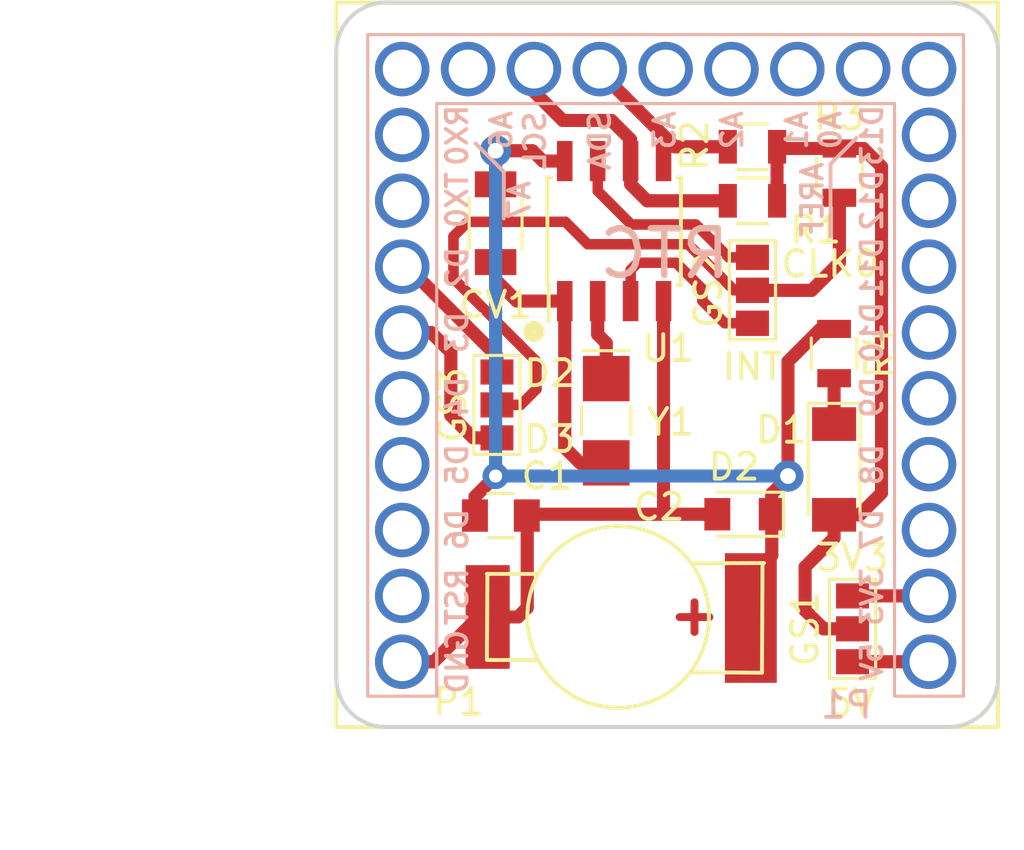
<source format=kicad_pcb>
(kicad_pcb (version 4) (host pcbnew 4.0.6)

  (general
    (links 32)
    (no_connects 0)
    (area 97.433001 89.485399 137.386 124.286001)
    (thickness 1.6)
    (drawings 32)
    (tracks 210)
    (zones 0)
    (modules 16)
    (nets 36)
  )

  (page A4)
  (title_block
    (title "Microduino RTC DE")
    (date "13 agosto 2017")
    (rev 0.1)
  )

  (layers
    (0 F.Cu signal)
    (31 B.Cu signal)
    (32 B.Adhes user)
    (33 F.Adhes user)
    (34 B.Paste user)
    (35 F.Paste user)
    (36 B.SilkS user)
    (37 F.SilkS user)
    (38 B.Mask user)
    (39 F.Mask user)
    (44 Edge.Cuts user)
    (45 Margin user)
    (46 B.CrtYd user)
    (47 F.CrtYd user)
    (48 B.Fab user)
    (49 F.Fab user)
  )

  (setup
    (last_trace_width 0.25)
    (user_trace_width 0.4)
    (user_trace_width 0.5)
    (user_trace_width 0.75)
    (user_trace_width 1)
    (user_trace_width 1.5)
    (user_trace_width 2)
    (user_trace_width 2.5)
    (user_trace_width 3)
    (trace_clearance 0.2)
    (zone_clearance 0.508)
    (zone_45_only no)
    (trace_min 0.2)
    (segment_width 0.15)
    (edge_width 0.15)
    (via_size 0.6)
    (via_drill 0.4)
    (via_min_size 0.4)
    (via_min_drill 0.3)
    (user_via 1 0.5)
    (user_via 1.2 0.6)
    (uvia_size 0.3)
    (uvia_drill 0.1)
    (uvias_allowed no)
    (uvia_min_size 0.2)
    (uvia_min_drill 0.1)
    (pcb_text_width 0.3)
    (pcb_text_size 1.5 1.5)
    (mod_edge_width 0.15)
    (mod_text_size 1 1)
    (mod_text_width 0.15)
    (pad_size 1 1.25)
    (pad_drill 0)
    (pad_to_mask_clearance 0.2)
    (aux_axis_origin 0 0)
    (grid_origin 126.111 104.775)
    (visible_elements 7FFEFFFF)
    (pcbplotparams
      (layerselection 0x210fc_80000001)
      (usegerberextensions false)
      (excludeedgelayer true)
      (linewidth 0.100000)
      (plotframeref false)
      (viasonmask false)
      (mode 1)
      (useauxorigin false)
      (hpglpennumber 1)
      (hpglpenspeed 20)
      (hpglpendiameter 15)
      (hpglpenoverlay 2)
      (psnegative false)
      (psa4output false)
      (plotreference true)
      (plotvalue true)
      (plotinvisibletext false)
      (padsonsilk false)
      (subtractmaskfromsilk false)
      (outputformat 1)
      (mirror false)
      (drillshape 0)
      (scaleselection 1)
      (outputdirectory ""))
  )

  (net 0 "")
  (net 1 "Net-(C1-Pad1)")
  (net 2 GND)
  (net 3 "Net-(CV1-Pad2)")
  (net 4 "Net-(D1-Pad2)")
  (net 5 /SCL)
  (net 6 /SDA)
  (net 7 "Net-(U1-Pad2)")
  (net 8 /INT)
  (net 9 /CLKO)
  (net 10 +5V)
  (net 11 +3V3)
  (net 12 /D2)
  (net 13 /D3)
  (net 14 /D7)
  (net 15 /D8)
  (net 16 /D9)
  (net 17 /D10)
  (net 18 /D11)
  (net 19 /D12)
  (net 20 /D13)
  (net 21 /A0)
  (net 22 /A1)
  (net 23 /A2)
  (net 24 /A3)
  (net 25 /A6)
  (net 26 /A7)
  (net 27 /RX0)
  (net 28 /D4)
  (net 29 /D5)
  (net 30 /D6)
  (net 31 /RESET)
  (net 32 "Net-(GS2-Pad2)")
  (net 33 "Net-(D1-Pad1)")
  (net 34 /AREF)
  (net 35 /TX0)

  (net_class Default "Questo è il gruppo di collegamenti predefinito"
    (clearance 0.2)
    (trace_width 0.25)
    (via_dia 0.6)
    (via_drill 0.4)
    (uvia_dia 0.3)
    (uvia_drill 0.1)
    (add_net +3V3)
    (add_net +5V)
    (add_net /A0)
    (add_net /A1)
    (add_net /A2)
    (add_net /A3)
    (add_net /A6)
    (add_net /A7)
    (add_net /AREF)
    (add_net /CLKO)
    (add_net /D10)
    (add_net /D11)
    (add_net /D12)
    (add_net /D13)
    (add_net /D2)
    (add_net /D3)
    (add_net /D4)
    (add_net /D5)
    (add_net /D6)
    (add_net /D7)
    (add_net /D8)
    (add_net /D9)
    (add_net /INT)
    (add_net /RESET)
    (add_net /RX0)
    (add_net /SCL)
    (add_net /SDA)
    (add_net /TX0)
    (add_net GND)
    (add_net "Net-(C1-Pad1)")
    (add_net "Net-(CV1-Pad2)")
    (add_net "Net-(D1-Pad1)")
    (add_net "Net-(D1-Pad2)")
    (add_net "Net-(GS2-Pad2)")
    (add_net "Net-(U1-Pad2)")
  )

  (module Connectors:GS3 (layer F.Cu) (tedit 58613494) (tstamp 58E793D0)
    (at 126.6698 100.6602)
    (descr "3-pin solder bridge")
    (tags "solder bridge")
    (path /58D9FB5B)
    (attr smd)
    (fp_text reference GS2 (at -1.7 0 90) (layer F.SilkS)
      (effects (font (size 1 1) (thickness 0.15)))
    )
    (fp_text value GS3 (at 1.8 0 90) (layer F.Fab)
      (effects (font (size 1 1) (thickness 0.15)))
    )
    (fp_line (start -1.15 -2.15) (end 1.15 -2.15) (layer F.CrtYd) (width 0.05))
    (fp_line (start 1.15 -2.15) (end 1.15 2.15) (layer F.CrtYd) (width 0.05))
    (fp_line (start 1.15 2.15) (end -1.15 2.15) (layer F.CrtYd) (width 0.05))
    (fp_line (start -1.15 2.15) (end -1.15 -2.15) (layer F.CrtYd) (width 0.05))
    (fp_line (start -0.89 -1.91) (end -0.89 1.91) (layer F.SilkS) (width 0.12))
    (fp_line (start -0.89 1.91) (end 0.89 1.91) (layer F.SilkS) (width 0.12))
    (fp_line (start 0.89 1.91) (end 0.89 -1.91) (layer F.SilkS) (width 0.12))
    (fp_line (start -0.89 -1.91) (end 0.89 -1.91) (layer F.SilkS) (width 0.12))
    (pad 1 smd rect (at 0 -1.27) (size 1.27 0.97) (layers F.Cu F.Paste F.Mask)
      (net 9 /CLKO))
    (pad 2 smd rect (at 0 0) (size 1.27 0.97) (layers F.Cu F.Paste F.Mask)
      (net 32 "Net-(GS2-Pad2)"))
    (pad 3 smd rect (at 0 1.27) (size 1.27 0.97) (layers F.Cu F.Paste F.Mask)
      (net 8 /INT))
  )

  (module Crystals:Crystal_SMD_G8-2pin_3.2x1.5mm_HandSoldering (layer F.Cu) (tedit 58E77EBC) (tstamp 58D8E201)
    (at 121.031 105.6894 270)
    (descr "SMD Crystal G8, hand-soldering, 3.2x1.5mm^2 package")
    (tags "SMD SMT crystal hand-soldering")
    (path /58B7FA73)
    (attr smd)
    (fp_text reference Y1 (at 0.0508 -2.4892 360) (layer F.SilkS)
      (effects (font (size 1 1) (thickness 0.15)))
    )
    (fp_text value "32,762 kHz" (at 0 1.95 270) (layer F.Fab)
      (effects (font (size 1 1) (thickness 0.15)))
    )
    (fp_text user %R (at 0 0 270) (layer F.Fab)
      (effects (font (size 0.7 0.7) (thickness 0.105)))
    )
    (fp_line (start -1.6 -0.75) (end -1.6 0.75) (layer F.Fab) (width 0.1))
    (fp_line (start -1.6 0.75) (end 1.6 0.75) (layer F.Fab) (width 0.1))
    (fp_line (start 1.6 0.75) (end 1.6 -0.75) (layer F.Fab) (width 0.1))
    (fp_line (start 1.6 -0.75) (end -1.6 -0.75) (layer F.Fab) (width 0.1))
    (fp_line (start -1.6 0.25) (end -1.1 0.75) (layer F.Fab) (width 0.1))
    (fp_line (start -0.55 -0.95) (end 0.55 -0.95) (layer F.SilkS) (width 0.12))
    (fp_line (start -0.55 0.95) (end 0.55 0.95) (layer F.SilkS) (width 0.12))
    (fp_line (start -2.7 -0.9) (end -2.7 0.9) (layer F.SilkS) (width 0.12))
    (fp_line (start -2.8 -1.2) (end -2.8 1.2) (layer F.CrtYd) (width 0.05))
    (fp_line (start -2.8 1.2) (end 2.8 1.2) (layer F.CrtYd) (width 0.05))
    (fp_line (start 2.8 1.2) (end 2.8 -1.2) (layer F.CrtYd) (width 0.05))
    (fp_line (start 2.8 -1.2) (end -2.8 -1.2) (layer F.CrtYd) (width 0.05))
    (fp_circle (center 0 0) (end 0.25 0) (layer F.Adhes) (width 0.1))
    (fp_circle (center 0 0) (end 0.208333 0) (layer F.Adhes) (width 0.083333))
    (fp_circle (center 0 0) (end 0.133333 0) (layer F.Adhes) (width 0.083333))
    (fp_circle (center 0 0) (end 0.058333 0) (layer F.Adhes) (width 0.116667))
    (pad 1 smd rect (at -1.625 0 270) (size 1.75 1.8) (layers F.Cu F.Paste F.Mask)
      (net 7 "Net-(U1-Pad2)"))
    (pad 2 smd rect (at 1.625 0 270) (size 1.75 1.8) (layers F.Cu F.Paste F.Mask)
      (net 3 "Net-(CV1-Pad2)"))
    (model ${KISYS3DMOD}/Crystals.3dshapes/Crystal_SMD_G8-2pin_3.2x1.5mm_HandSoldering.wrl
      (at (xyz 0 0 0))
      (scale (xyz 1 1 1))
      (rotate (xyz 0 0 0))
    )
  )

  (module Diodes_SMD:D_MiniMELF_Standard (layer F.Cu) (tedit 58E77D9D) (tstamp 58D8E1E3)
    (at 129.8194 107.569 270)
    (descr "Diode Mini-MELF Standard")
    (tags "Diode Mini-MELF Standard")
    (path /58C5822F)
    (attr smd)
    (fp_text reference D1 (at -1.524 2.032 360) (layer F.SilkS)
      (effects (font (size 1 1) (thickness 0.15)))
    )
    (fp_text value TMMBAT43 (at 0 3.81 270) (layer F.Fab)
      (effects (font (size 1 1) (thickness 0.15)))
    )
    (fp_line (start 1.75 -1) (end -2.55 -1) (layer F.SilkS) (width 0.12))
    (fp_line (start -2.55 -1) (end -2.55 1) (layer F.SilkS) (width 0.12))
    (fp_line (start -2.55 1) (end 1.75 1) (layer F.SilkS) (width 0.12))
    (fp_line (start 1.65 -0.8) (end 1.65 0.8) (layer F.Fab) (width 0.1))
    (fp_line (start 1.65 0.8) (end -1.65 0.8) (layer F.Fab) (width 0.1))
    (fp_line (start -1.65 0.8) (end -1.65 -0.8) (layer F.Fab) (width 0.1))
    (fp_line (start -1.65 -0.8) (end 1.65 -0.8) (layer F.Fab) (width 0.1))
    (fp_line (start 0.25 0) (end 0.75 0) (layer F.Fab) (width 0.1))
    (fp_line (start 0.25 0.4) (end -0.35 0) (layer F.Fab) (width 0.1))
    (fp_line (start 0.25 -0.4) (end 0.25 0.4) (layer F.Fab) (width 0.1))
    (fp_line (start -0.35 0) (end 0.25 -0.4) (layer F.Fab) (width 0.1))
    (fp_line (start -0.35 0) (end -0.35 0.55) (layer F.Fab) (width 0.1))
    (fp_line (start -0.35 0) (end -0.35 -0.55) (layer F.Fab) (width 0.1))
    (fp_line (start -0.75 0) (end -0.35 0) (layer F.Fab) (width 0.1))
    (fp_line (start -2.65 -1.1) (end 2.65 -1.1) (layer F.CrtYd) (width 0.05))
    (fp_line (start 2.65 -1.1) (end 2.65 1.1) (layer F.CrtYd) (width 0.05))
    (fp_line (start 2.65 1.1) (end -2.65 1.1) (layer F.CrtYd) (width 0.05))
    (fp_line (start -2.65 1.1) (end -2.65 -1.1) (layer F.CrtYd) (width 0.05))
    (pad 1 smd rect (at -1.75 0 270) (size 1.3 1.7) (layers F.Cu F.Paste F.Mask)
      (net 33 "Net-(D1-Pad1)"))
    (pad 2 smd rect (at 1.75 0 270) (size 1.3 1.7) (layers F.Cu F.Paste F.Mask)
      (net 4 "Net-(D1-Pad2)"))
    (model Diodes_SMD.3dshapes/D_MiniMELF_Standard.wrl
      (at (xyz 0 0 0))
      (scale (xyz 0.3937 0.3937 0.3937))
      (rotate (xyz 0 0 0))
    )
  )

  (module Housings_SOIC:SOIC-8_3.9x4.9mm_Pitch1.27mm (layer F.Cu) (tedit 58E91025) (tstamp 58D92C2F)
    (at 121.3358 98.3742 90)
    (descr "8-Lead Plastic Small Outline (SN) - Narrow, 3.90 mm Body [SOIC] (see Microchip Packaging Specification 00000049BS.pdf)")
    (tags "SOIC 1.27")
    (path /58B7F974)
    (attr smd)
    (fp_text reference U1 (at -4.5212 2.0828 180) (layer F.SilkS)
      (effects (font (size 1 1) (thickness 0.15)))
    )
    (fp_text value PCF8563 (at 0 3.5 90) (layer F.Fab)
      (effects (font (size 1 1) (thickness 0.15)))
    )
    (fp_text user %R (at 0 0 180) (layer F.Fab)
      (effects (font (size 1 1) (thickness 0.15)))
    )
    (fp_line (start -0.95 -2.45) (end 1.95 -2.45) (layer F.Fab) (width 0.1))
    (fp_line (start 1.95 -2.45) (end 1.95 2.45) (layer F.Fab) (width 0.1))
    (fp_line (start 1.95 2.45) (end -1.95 2.45) (layer F.Fab) (width 0.1))
    (fp_line (start -1.95 2.45) (end -1.95 -1.45) (layer F.Fab) (width 0.1))
    (fp_line (start -1.95 -1.45) (end -0.95 -2.45) (layer F.Fab) (width 0.1))
    (fp_line (start -3.73 -2.7) (end -3.73 2.7) (layer F.CrtYd) (width 0.05))
    (fp_line (start 3.73 -2.7) (end 3.73 2.7) (layer F.CrtYd) (width 0.05))
    (fp_line (start -3.73 -2.7) (end 3.73 -2.7) (layer F.CrtYd) (width 0.05))
    (fp_line (start -3.73 2.7) (end 3.73 2.7) (layer F.CrtYd) (width 0.05))
    (fp_line (start -2.075 -2.575) (end -2.075 -2.525) (layer F.SilkS) (width 0.15))
    (fp_line (start 2.075 -2.575) (end 2.075 -2.43) (layer F.SilkS) (width 0.15))
    (fp_line (start 2.075 2.575) (end 2.075 2.43) (layer F.SilkS) (width 0.15))
    (fp_line (start -2.075 2.575) (end -2.075 2.43) (layer F.SilkS) (width 0.15))
    (fp_line (start -2.075 -2.575) (end 2.075 -2.575) (layer F.SilkS) (width 0.15))
    (fp_line (start -2.075 2.575) (end 2.075 2.575) (layer F.SilkS) (width 0.15))
    (fp_line (start -2.075 -2.525) (end -3.475 -2.525) (layer F.SilkS) (width 0.15))
    (pad 1 smd rect (at -2.7 -1.905 90) (size 1.55 0.6) (layers F.Cu F.Paste F.Mask)
      (net 3 "Net-(CV1-Pad2)"))
    (pad 2 smd rect (at -2.7 -0.635 90) (size 1.55 0.6) (layers F.Cu F.Paste F.Mask)
      (net 7 "Net-(U1-Pad2)"))
    (pad 3 smd rect (at -2.7 0.635 90) (size 1.55 0.6) (layers F.Cu F.Paste F.Mask)
      (net 8 /INT))
    (pad 4 smd rect (at -2.7 1.905 90) (size 1.55 0.6) (layers F.Cu F.Paste F.Mask)
      (net 2 GND))
    (pad 5 smd rect (at 2.7 1.905 90) (size 1.55 0.6) (layers F.Cu F.Paste F.Mask)
      (net 6 /SDA))
    (pad 6 smd rect (at 2.7 0.635 90) (size 1.55 0.6) (layers F.Cu F.Paste F.Mask)
      (net 5 /SCL))
    (pad 7 smd rect (at 2.7 -0.635 90) (size 1.55 0.6) (layers F.Cu F.Paste F.Mask)
      (net 9 /CLKO))
    (pad 8 smd rect (at 2.7 -1.905 90) (size 1.55 0.6) (layers F.Cu F.Paste F.Mask)
      (net 1 "Net-(C1-Pad1)"))
    (model Housings_SOIC.3dshapes/SOIC-8_3.9x4.9mm_Pitch1.27mm.wrl
      (at (xyz 0 0 0))
      (scale (xyz 1 1 1))
      (rotate (xyz 0 0 0))
    )
  )

  (module Resistors_SMD:R_0805 (layer F.Cu) (tedit 58E9100E) (tstamp 58E1F324)
    (at 130.0226 96.139 270)
    (descr "Resistor SMD 0805, reflow soldering, Vishay (see dcrcw.pdf)")
    (tags "resistor 0805")
    (path /58DA426D)
    (attr smd)
    (fp_text reference R3 (at -2.1844 0 360) (layer F.SilkS)
      (effects (font (size 1 1) (thickness 0.15)))
    )
    (fp_text value 4k7 (at 0 1.75 270) (layer F.Fab)
      (effects (font (size 1 1) (thickness 0.15)))
    )
    (fp_text user %R (at -2.1844 0 360) (layer F.Fab)
      (effects (font (size 1 1) (thickness 0.15)))
    )
    (fp_line (start -1 0.62) (end -1 -0.62) (layer F.Fab) (width 0.1))
    (fp_line (start 1 0.62) (end -1 0.62) (layer F.Fab) (width 0.1))
    (fp_line (start 1 -0.62) (end 1 0.62) (layer F.Fab) (width 0.1))
    (fp_line (start -1 -0.62) (end 1 -0.62) (layer F.Fab) (width 0.1))
    (fp_line (start 0.6 0.88) (end -0.6 0.88) (layer F.SilkS) (width 0.12))
    (fp_line (start -0.6 -0.88) (end 0.6 -0.88) (layer F.SilkS) (width 0.12))
    (fp_line (start -1.55 -0.9) (end 1.55 -0.9) (layer F.CrtYd) (width 0.05))
    (fp_line (start -1.55 -0.9) (end -1.55 0.9) (layer F.CrtYd) (width 0.05))
    (fp_line (start 1.55 0.9) (end 1.55 -0.9) (layer F.CrtYd) (width 0.05))
    (fp_line (start 1.55 0.9) (end -1.55 0.9) (layer F.CrtYd) (width 0.05))
    (pad 1 smd rect (at -0.95 0 270) (size 0.7 1.3) (layers F.Cu F.Paste F.Mask)
      (net 4 "Net-(D1-Pad2)"))
    (pad 2 smd rect (at 0.95 0 270) (size 0.7 1.3) (layers F.Cu F.Paste F.Mask)
      (net 32 "Net-(GS2-Pad2)"))
    (model Resistors_SMD.3dshapes/R_0805.wrl
      (at (xyz 0 0 0))
      (scale (xyz 1 1 1))
      (rotate (xyz 0 0 0))
    )
  )

  (module Capacitors_SMD:C_0805 (layer F.Cu) (tedit 597AFABD) (tstamp 58E1F3D1)
    (at 116.967 109.347)
    (descr "Capacitor SMD 0805, reflow soldering, AVX (see smccp.pdf)")
    (tags "capacitor 0805")
    (path /58B7FB48)
    (attr smd)
    (fp_text reference C1 (at 1.778 -1.524) (layer F.SilkS)
      (effects (font (size 1 1) (thickness 0.15)))
    )
    (fp_text value "0,1 uF" (at 0 1.75) (layer F.Fab)
      (effects (font (size 1 1) (thickness 0.15)))
    )
    (fp_text user %R (at 1.778 -1.524) (layer F.Fab)
      (effects (font (size 1 1) (thickness 0.15)))
    )
    (fp_line (start -1 0.62) (end -1 -0.62) (layer F.Fab) (width 0.1))
    (fp_line (start 1 0.62) (end -1 0.62) (layer F.Fab) (width 0.1))
    (fp_line (start 1 -0.62) (end 1 0.62) (layer F.Fab) (width 0.1))
    (fp_line (start -1 -0.62) (end 1 -0.62) (layer F.Fab) (width 0.1))
    (fp_line (start 0.5 -0.85) (end -0.5 -0.85) (layer F.SilkS) (width 0.12))
    (fp_line (start -0.5 0.85) (end 0.5 0.85) (layer F.SilkS) (width 0.12))
    (fp_line (start -1.75 -0.88) (end 1.75 -0.88) (layer F.CrtYd) (width 0.05))
    (fp_line (start -1.75 -0.88) (end -1.75 0.87) (layer F.CrtYd) (width 0.05))
    (fp_line (start 1.75 0.87) (end 1.75 -0.88) (layer F.CrtYd) (width 0.05))
    (fp_line (start 1.75 0.87) (end -1.75 0.87) (layer F.CrtYd) (width 0.05))
    (pad 1 smd rect (at -1 0) (size 1 1.25) (layers F.Cu F.Paste F.Mask)
      (net 1 "Net-(C1-Pad1)"))
    (pad 2 smd rect (at 1 0) (size 1 1.25) (layers F.Cu F.Paste F.Mask)
      (net 2 GND))
    (model Capacitors_SMD.3dshapes/C_0805.wrl
      (at (xyz 0 0 0))
      (scale (xyz 1 1 1))
      (rotate (xyz 0 0 0))
    )
  )

  (module Connectors:GS3 (layer F.Cu) (tedit 58E77DEA) (tstamp 58E1F3F1)
    (at 130.5306 113.7158 180)
    (descr "3-pin solder bridge")
    (tags "solder bridge")
    (path /58D9FACF)
    (attr smd)
    (fp_text reference GS1 (at 1.8288 0 270) (layer F.SilkS)
      (effects (font (size 1 1) (thickness 0.15)))
    )
    (fp_text value GS3 (at 1.8 0 270) (layer F.Fab)
      (effects (font (size 1 1) (thickness 0.15)))
    )
    (fp_line (start -1.15 -2.15) (end 1.15 -2.15) (layer F.CrtYd) (width 0.05))
    (fp_line (start 1.15 -2.15) (end 1.15 2.15) (layer F.CrtYd) (width 0.05))
    (fp_line (start 1.15 2.15) (end -1.15 2.15) (layer F.CrtYd) (width 0.05))
    (fp_line (start -1.15 2.15) (end -1.15 -2.15) (layer F.CrtYd) (width 0.05))
    (fp_line (start -0.89 -1.91) (end -0.89 1.91) (layer F.SilkS) (width 0.12))
    (fp_line (start -0.89 1.91) (end 0.89 1.91) (layer F.SilkS) (width 0.12))
    (fp_line (start 0.89 1.91) (end 0.89 -1.91) (layer F.SilkS) (width 0.12))
    (fp_line (start -0.89 -1.91) (end 0.89 -1.91) (layer F.SilkS) (width 0.12))
    (pad 1 smd rect (at 0 -1.27 180) (size 1.27 0.97) (layers F.Cu F.Paste F.Mask)
      (net 10 +5V))
    (pad 2 smd rect (at 0 0 180) (size 1.27 0.97) (layers F.Cu F.Paste F.Mask)
      (net 4 "Net-(D1-Pad2)"))
    (pad 3 smd rect (at 0 1.27 180) (size 1.27 0.97) (layers F.Cu F.Paste F.Mask)
      (net 11 +3V3))
  )

  (module Connectors:GS3 (layer F.Cu) (tedit 58613494) (tstamp 58E1F400)
    (at 126.6698 100.6602)
    (descr "3-pin solder bridge")
    (tags "solder bridge")
    (path /58D9FB5B)
    (attr smd)
    (fp_text reference GS2 (at -1.7 0 90) (layer F.SilkS)
      (effects (font (size 1 1) (thickness 0.15)))
    )
    (fp_text value GS3 (at 1.8 0 90) (layer F.Fab)
      (effects (font (size 1 1) (thickness 0.15)))
    )
    (fp_line (start -1.15 -2.15) (end 1.15 -2.15) (layer F.CrtYd) (width 0.05))
    (fp_line (start 1.15 -2.15) (end 1.15 2.15) (layer F.CrtYd) (width 0.05))
    (fp_line (start 1.15 2.15) (end -1.15 2.15) (layer F.CrtYd) (width 0.05))
    (fp_line (start -1.15 2.15) (end -1.15 -2.15) (layer F.CrtYd) (width 0.05))
    (fp_line (start -0.89 -1.91) (end -0.89 1.91) (layer F.SilkS) (width 0.12))
    (fp_line (start -0.89 1.91) (end 0.89 1.91) (layer F.SilkS) (width 0.12))
    (fp_line (start 0.89 1.91) (end 0.89 -1.91) (layer F.SilkS) (width 0.12))
    (fp_line (start -0.89 -1.91) (end 0.89 -1.91) (layer F.SilkS) (width 0.12))
    (pad 1 smd rect (at 0 -1.27) (size 1.27 0.97) (layers F.Cu F.Paste F.Mask)
      (net 9 /CLKO))
    (pad 2 smd rect (at 0 0) (size 1.27 0.97) (layers F.Cu F.Paste F.Mask)
      (net 32 "Net-(GS2-Pad2)"))
    (pad 3 smd rect (at 0 1.27) (size 1.27 0.97) (layers F.Cu F.Paste F.Mask)
      (net 8 /INT))
  )

  (module Connectors:GS3 (layer F.Cu) (tedit 58DCB0EE) (tstamp 58E1F40F)
    (at 116.8146 105.0798)
    (descr "3-pin solder bridge")
    (tags "solder bridge")
    (path /58D9FD38)
    (attr smd)
    (fp_text reference GS3 (at -1.7 0 90) (layer F.SilkS)
      (effects (font (size 1 1) (thickness 0.15)))
    )
    (fp_text value GS3 (at 1.8 0 90) (layer F.Fab)
      (effects (font (size 1 1) (thickness 0.15)))
    )
    (fp_line (start -1.15 -2.15) (end 1.15 -2.15) (layer F.CrtYd) (width 0.05))
    (fp_line (start 1.15 -2.15) (end 1.15 2.15) (layer F.CrtYd) (width 0.05))
    (fp_line (start 1.15 2.15) (end -1.15 2.15) (layer F.CrtYd) (width 0.05))
    (fp_line (start -1.15 2.15) (end -1.15 -2.15) (layer F.CrtYd) (width 0.05))
    (fp_line (start -0.89 -1.91) (end -0.89 1.91) (layer F.SilkS) (width 0.12))
    (fp_line (start -0.89 1.91) (end 0.89 1.91) (layer F.SilkS) (width 0.12))
    (fp_line (start 0.89 1.91) (end 0.89 -1.91) (layer F.SilkS) (width 0.12))
    (fp_line (start -0.89 -1.91) (end 0.89 -1.91) (layer F.SilkS) (width 0.12))
    (pad 1 smd rect (at 0 -1.27) (size 1.27 0.97) (layers F.Cu F.Paste F.Mask)
      (net 12 /D2))
    (pad 2 smd rect (at 0 0) (size 1.27 0.97) (layers F.Cu F.Paste F.Mask)
      (net 32 "Net-(GS2-Pad2)"))
    (pad 3 smd rect (at 0 1.27) (size 1.27 0.97) (layers F.Cu F.Paste F.Mask)
      (net 13 /D3))
  )

  (module Resistors_SMD:R_0805 (layer F.Cu) (tedit 58E91089) (tstamp 58E1F420)
    (at 126.6698 97.2058 180)
    (descr "Resistor SMD 0805, reflow soldering, Vishay (see dcrcw.pdf)")
    (tags "resistor 0805")
    (path /58C44D2B)
    (attr smd)
    (fp_text reference R1 (at -2.4384 -1.1176 180) (layer F.SilkS)
      (effects (font (size 1 1) (thickness 0.15)))
    )
    (fp_text value 4k7 (at 0 1.75 180) (layer F.Fab)
      (effects (font (size 1 1) (thickness 0.15)))
    )
    (fp_text user %R (at -2.4384 -1.1176 180) (layer F.Fab)
      (effects (font (size 1 1) (thickness 0.15)))
    )
    (fp_line (start -1 0.62) (end -1 -0.62) (layer F.Fab) (width 0.1))
    (fp_line (start 1 0.62) (end -1 0.62) (layer F.Fab) (width 0.1))
    (fp_line (start 1 -0.62) (end 1 0.62) (layer F.Fab) (width 0.1))
    (fp_line (start -1 -0.62) (end 1 -0.62) (layer F.Fab) (width 0.1))
    (fp_line (start 0.6 0.88) (end -0.6 0.88) (layer F.SilkS) (width 0.12))
    (fp_line (start -0.6 -0.88) (end 0.6 -0.88) (layer F.SilkS) (width 0.12))
    (fp_line (start -1.55 -0.9) (end 1.55 -0.9) (layer F.CrtYd) (width 0.05))
    (fp_line (start -1.55 -0.9) (end -1.55 0.9) (layer F.CrtYd) (width 0.05))
    (fp_line (start 1.55 0.9) (end 1.55 -0.9) (layer F.CrtYd) (width 0.05))
    (fp_line (start 1.55 0.9) (end -1.55 0.9) (layer F.CrtYd) (width 0.05))
    (pad 1 smd rect (at -0.95 0 180) (size 0.7 1.3) (layers F.Cu F.Paste F.Mask)
      (net 4 "Net-(D1-Pad2)"))
    (pad 2 smd rect (at 0.95 0 180) (size 0.7 1.3) (layers F.Cu F.Paste F.Mask)
      (net 5 /SCL))
    (model Resistors_SMD.3dshapes/R_0805.wrl
      (at (xyz 0 0 0))
      (scale (xyz 1 1 1))
      (rotate (xyz 0 0 0))
    )
  )

  (module Resistors_SMD:R_0805 (layer F.Cu) (tedit 58E90FFB) (tstamp 58E1F431)
    (at 126.6698 95.123 180)
    (descr "Resistor SMD 0805, reflow soldering, Vishay (see dcrcw.pdf)")
    (tags "resistor 0805")
    (path /58C44D52)
    (attr smd)
    (fp_text reference R2 (at 2.2352 0.0508 270) (layer F.SilkS)
      (effects (font (size 1 1) (thickness 0.15)))
    )
    (fp_text value 4k7 (at 0 1.75 180) (layer F.Fab)
      (effects (font (size 1 1) (thickness 0.15)))
    )
    (fp_text user %R (at 2.2352 0.0508 270) (layer F.Fab)
      (effects (font (size 1 1) (thickness 0.15)))
    )
    (fp_line (start -1 0.62) (end -1 -0.62) (layer F.Fab) (width 0.1))
    (fp_line (start 1 0.62) (end -1 0.62) (layer F.Fab) (width 0.1))
    (fp_line (start 1 -0.62) (end 1 0.62) (layer F.Fab) (width 0.1))
    (fp_line (start -1 -0.62) (end 1 -0.62) (layer F.Fab) (width 0.1))
    (fp_line (start 0.6 0.88) (end -0.6 0.88) (layer F.SilkS) (width 0.12))
    (fp_line (start -0.6 -0.88) (end 0.6 -0.88) (layer F.SilkS) (width 0.12))
    (fp_line (start -1.55 -0.9) (end 1.55 -0.9) (layer F.CrtYd) (width 0.05))
    (fp_line (start -1.55 -0.9) (end -1.55 0.9) (layer F.CrtYd) (width 0.05))
    (fp_line (start 1.55 0.9) (end 1.55 -0.9) (layer F.CrtYd) (width 0.05))
    (fp_line (start 1.55 0.9) (end -1.55 0.9) (layer F.CrtYd) (width 0.05))
    (pad 1 smd rect (at -0.95 0 180) (size 0.7 1.3) (layers F.Cu F.Paste F.Mask)
      (net 4 "Net-(D1-Pad2)"))
    (pad 2 smd rect (at 0.95 0 180) (size 0.7 1.3) (layers F.Cu F.Paste F.Mask)
      (net 6 /SDA))
    (model Resistors_SMD.3dshapes/R_0805.wrl
      (at (xyz 0 0 0))
      (scale (xyz 1 1 1))
      (rotate (xyz 0 0 0))
    )
  )

  (module Capacitors_SMD:C_1206 (layer F.Cu) (tedit 58E9101E) (tstamp 58DC975D)
    (at 116.7638 98.0694 270)
    (descr "Capacitor SMD 1206, reflow soldering, AVX (see smccp.pdf)")
    (tags "capacitor 1206")
    (path /58B7FAE6)
    (attr smd)
    (fp_text reference CV1 (at 3.1496 0 360) (layer F.SilkS)
      (effects (font (size 1 1) (thickness 0.15)))
    )
    (fp_text value "5-25 pF" (at 0 2 270) (layer F.Fab)
      (effects (font (size 1 1) (thickness 0.15)))
    )
    (fp_text user %R (at 3.1496 0 360) (layer F.Fab)
      (effects (font (size 1 1) (thickness 0.15)))
    )
    (fp_line (start -1.6 0.8) (end -1.6 -0.8) (layer F.Fab) (width 0.1))
    (fp_line (start 1.6 0.8) (end -1.6 0.8) (layer F.Fab) (width 0.1))
    (fp_line (start 1.6 -0.8) (end 1.6 0.8) (layer F.Fab) (width 0.1))
    (fp_line (start -1.6 -0.8) (end 1.6 -0.8) (layer F.Fab) (width 0.1))
    (fp_line (start 1 -1.02) (end -1 -1.02) (layer F.SilkS) (width 0.12))
    (fp_line (start -1 1.02) (end 1 1.02) (layer F.SilkS) (width 0.12))
    (fp_line (start -2.25 -1.05) (end 2.25 -1.05) (layer F.CrtYd) (width 0.05))
    (fp_line (start -2.25 -1.05) (end -2.25 1.05) (layer F.CrtYd) (width 0.05))
    (fp_line (start 2.25 1.05) (end 2.25 -1.05) (layer F.CrtYd) (width 0.05))
    (fp_line (start 2.25 1.05) (end -2.25 1.05) (layer F.CrtYd) (width 0.05))
    (pad 1 smd rect (at -1.5 0 270) (size 1 1.6) (layers F.Cu F.Paste F.Mask)
      (net 1 "Net-(C1-Pad1)"))
    (pad 2 smd rect (at 1.5 0 270) (size 1 1.6) (layers F.Cu F.Paste F.Mask)
      (net 3 "Net-(CV1-Pad2)"))
    (model Capacitors_SMD.3dshapes/C_1206.wrl
      (at (xyz 0 0 0))
      (scale (xyz 1 1 1))
      (rotate (xyz 0 0 0))
    )
  )

  (module Microduino_RTC_DE:Supercap (layer F.Cu) (tedit 59908FAA) (tstamp 58E6587C)
    (at 121.4882 113.2586 180)
    (descr "Capacitor SMD 1206, reflow soldering, AVX (see smccp.pdf)")
    (tags "capacitor 1206")
    (path /58C58191)
    (attr smd)
    (fp_text reference C2 (at -1.5828 4.2436 360) (layer F.SilkS)
      (effects (font (size 1 1) (thickness 0.15)))
    )
    (fp_text value 0,2F (at 0 4.52 180) (layer F.Fab)
      (effects (font (size 1 1) (thickness 0.15)))
    )
    (fp_line (start -2.78 -2.13) (end -5.55 -2.15) (layer F.SilkS) (width 0.15))
    (fp_line (start -5.55 -2.15) (end -5.57 2.07) (layer F.SilkS) (width 0.15))
    (fp_line (start -5.63 2.08) (end -2.85 2.07) (layer F.SilkS) (width 0.15))
    (fp_line (start 3.09 -1.66) (end 5.06 -1.66) (layer F.SilkS) (width 0.15))
    (fp_line (start 5.06 -1.59) (end 5.04 1.65) (layer F.SilkS) (width 0.15))
    (fp_line (start 5.06 1.66) (end 3.13 1.66) (layer F.SilkS) (width 0.15))
    (fp_circle (center 0 0) (end 3.5 0.03) (layer F.SilkS) (width 0.15))
    (fp_text user %R (at 3.9624 -2.9972 180) (layer F.Fab)
      (effects (font (size 1 1) (thickness 0.15)))
    )
    (pad 1 smd rect (at -5.12 -0.04 180) (size 2 5) (layers F.Cu F.Paste F.Mask)
      (net 1 "Net-(C1-Pad1)"))
    (pad 2 smd rect (at 5.03 0 180) (size 1.7 4) (layers F.Cu F.Mask)
      (net 2 GND))
    (model Capacitors_SMD.3dshapes/C_1206.wrl
      (at (xyz 0 0 0))
      (scale (xyz 1 1 1))
      (rotate (xyz 0 0 0))
    )
  )

  (module Diodes_SMD:D_SOD-323 (layer F.Cu) (tedit 597AFAD4) (tstamp 58E7430D)
    (at 126.365 109.2962 180)
    (descr SOD-323)
    (tags SOD-323)
    (path /58E73E8C)
    (attr smd)
    (fp_text reference D2 (at 0.4064 1.8288 180) (layer F.SilkS)
      (effects (font (size 1 1) (thickness 0.15)))
    )
    (fp_text value MM3Z3V3ST1G (at 0.1 1.9 180) (layer F.Fab)
      (effects (font (size 1 1) (thickness 0.15)))
    )
    (fp_line (start -1.5 -0.85) (end -1.5 0.85) (layer F.SilkS) (width 0.12))
    (fp_line (start 0.2 0) (end 0.45 0) (layer F.Fab) (width 0.1))
    (fp_line (start 0.2 0.35) (end -0.3 0) (layer F.Fab) (width 0.1))
    (fp_line (start 0.2 -0.35) (end 0.2 0.35) (layer F.Fab) (width 0.1))
    (fp_line (start -0.3 0) (end 0.2 -0.35) (layer F.Fab) (width 0.1))
    (fp_line (start -0.3 0) (end -0.5 0) (layer F.Fab) (width 0.1))
    (fp_line (start -0.3 -0.35) (end -0.3 0.35) (layer F.Fab) (width 0.1))
    (fp_line (start -0.9 0.7) (end -0.9 -0.7) (layer F.Fab) (width 0.1))
    (fp_line (start 0.9 0.7) (end -0.9 0.7) (layer F.Fab) (width 0.1))
    (fp_line (start 0.9 -0.7) (end 0.9 0.7) (layer F.Fab) (width 0.1))
    (fp_line (start -0.9 -0.7) (end 0.9 -0.7) (layer F.Fab) (width 0.1))
    (fp_line (start -1.6 -0.95) (end 1.6 -0.95) (layer F.CrtYd) (width 0.05))
    (fp_line (start 1.6 -0.95) (end 1.6 0.95) (layer F.CrtYd) (width 0.05))
    (fp_line (start -1.6 0.95) (end 1.6 0.95) (layer F.CrtYd) (width 0.05))
    (fp_line (start -1.6 -0.95) (end -1.6 0.95) (layer F.CrtYd) (width 0.05))
    (fp_line (start -1.5 0.85) (end 1.05 0.85) (layer F.SilkS) (width 0.12))
    (fp_line (start -1.5 -0.85) (end 1.05 -0.85) (layer F.SilkS) (width 0.12))
    (pad 1 smd rect (at -1.05 0 180) (size 1 1.25) (layers F.Cu F.Paste F.Mask)
      (net 1 "Net-(C1-Pad1)"))
    (pad 2 smd rect (at 1.05 0 180) (size 1 1.25) (layers F.Cu F.Paste F.Mask)
      (net 2 GND))
    (model Diodes_SMD.3dshapes/D_SOD-323.wrl
      (at (xyz 0 0 0))
      (scale (xyz 1 1 1))
      (rotate (xyz 0 0 180))
    )
  )

  (module Resistors_SMD:R_0805 (layer F.Cu) (tedit 59908F4D) (tstamp 58E74313)
    (at 129.8194 103.0986 90)
    (descr "Resistor SMD 0805, reflow soldering, Vishay (see dcrcw.pdf)")
    (tags "resistor 0805")
    (path /58E74C0B)
    (attr smd)
    (fp_text reference R4 (at 0.0036 1.7416 270) (layer F.SilkS)
      (effects (font (size 1 1) (thickness 0.15)))
    )
    (fp_text value 33 (at 0 1.75 90) (layer F.Fab)
      (effects (font (size 1 1) (thickness 0.15)))
    )
    (fp_text user %R (at 0 0 90) (layer F.Fab)
      (effects (font (size 0.5 0.5) (thickness 0.075)))
    )
    (fp_line (start -1 0.62) (end -1 -0.62) (layer F.Fab) (width 0.1))
    (fp_line (start 1 0.62) (end -1 0.62) (layer F.Fab) (width 0.1))
    (fp_line (start 1 -0.62) (end 1 0.62) (layer F.Fab) (width 0.1))
    (fp_line (start -1 -0.62) (end 1 -0.62) (layer F.Fab) (width 0.1))
    (fp_line (start 0.6 0.88) (end -0.6 0.88) (layer F.SilkS) (width 0.12))
    (fp_line (start -0.6 -0.88) (end 0.6 -0.88) (layer F.SilkS) (width 0.12))
    (fp_line (start -1.55 -0.9) (end 1.55 -0.9) (layer F.CrtYd) (width 0.05))
    (fp_line (start -1.55 -0.9) (end -1.55 0.9) (layer F.CrtYd) (width 0.05))
    (fp_line (start 1.55 0.9) (end 1.55 -0.9) (layer F.CrtYd) (width 0.05))
    (fp_line (start 1.55 0.9) (end -1.55 0.9) (layer F.CrtYd) (width 0.05))
    (pad 1 smd rect (at -0.95 0 90) (size 0.7 1.3) (layers F.Cu F.Paste F.Mask)
      (net 33 "Net-(D1-Pad1)"))
    (pad 2 smd rect (at 0.95 0 90) (size 0.7 1.3) (layers F.Cu F.Paste F.Mask)
      (net 1 "Net-(C1-Pad1)"))
    (model ${KISYS3DMOD}/Resistors_SMD.3dshapes/R_0805.wrl
      (at (xyz 0 0 0))
      (scale (xyz 1 1 1))
      (rotate (xyz 0 0 0))
    )
  )

  (module Libreria_PCB_mia:Upin_27 (layer B.Cu) (tedit 59908FB5) (tstamp 597E25B2)
    (at 133.481 114.985 180)
    (descr "Through hole straight socket strip, 1x09, 2.54mm pitch, single row")
    (tags "Through hole socket strip THT 1x09 2.54mm single row")
    (path /58E8E495)
    (fp_text reference P1 (at 3.19 -1.67 180) (layer B.SilkS)
      (effects (font (size 1 1) (thickness 0.15)) (justify mirror))
    )
    (fp_text value CONN_1x27 (at -2.83 10.17 450) (layer B.Fab)
      (effects (font (size 1 1) (thickness 0.15)) (justify mirror))
    )
    (fp_text user P1 (at 18.15 -1.55 180) (layer F.SilkS)
      (effects (font (size 1 1) (thickness 0.15)))
    )
    (fp_line (start 16.4 18.9) (end 17.5 20) (layer B.SilkS) (width 0.15))
    (fp_line (start 16.4 18.9) (end 16.4 17.1) (layer B.SilkS) (width 0.15))
    (fp_text user A7 (at 15.8 17.8 450) (layer B.SilkS)
      (effects (font (size 0.8 0.8) (thickness 0.15)) (justify mirror))
    )
    (fp_line (start 2.8 20.2) (end 3.8 19.2) (layer B.SilkS) (width 0.15))
    (fp_line (start 3.8 19.2) (end 3.8 16.4) (layer B.SilkS) (width 0.15))
    (fp_text user AREF (at 4.5 17.8 450) (layer B.SilkS)
      (effects (font (size 0.8 0.8) (thickness 0.15)) (justify mirror))
    )
    (fp_text user GND (at 18.2 0 450) (layer B.SilkS)
      (effects (font (size 0.8 0.8) (thickness 0.15)) (justify mirror))
    )
    (fp_text user RST (at 18.2 2.5 450) (layer B.SilkS)
      (effects (font (size 0.8 0.8) (thickness 0.15)) (justify mirror))
    )
    (fp_text user D6 (at 18.2 5.1 450) (layer B.SilkS)
      (effects (font (size 0.8 0.8) (thickness 0.15)) (justify mirror))
    )
    (fp_text user D5 (at 18.2 7.6 450) (layer B.SilkS)
      (effects (font (size 0.8 0.8) (thickness 0.15)) (justify mirror))
    )
    (fp_text user D4 (at 18.2 10.2 450) (layer B.SilkS)
      (effects (font (size 0.8 0.8) (thickness 0.15)) (justify mirror))
    )
    (fp_text user D3 (at 18.2 12.7 450) (layer B.SilkS)
      (effects (font (size 0.8 0.8) (thickness 0.15)) (justify mirror))
    )
    (fp_text user D2 (at 18.2 15.2 450) (layer B.SilkS)
      (effects (font (size 0.8 0.8) (thickness 0.15)) (justify mirror))
    )
    (fp_text user TX0 (at 18.2 17.8 450) (layer B.SilkS)
      (effects (font (size 0.8 0.8) (thickness 0.15)) (justify mirror))
    )
    (fp_text user RX0 (at 18.2 20.3 450) (layer B.SilkS)
      (effects (font (size 0.8 0.8) (thickness 0.15)) (justify mirror))
    )
    (fp_text user A6 (at 16.5 20.5 450) (layer B.SilkS)
      (effects (font (size 0.8 0.8) (thickness 0.15)) (justify mirror))
    )
    (fp_text user SCL (at 15.2 20.1 450) (layer B.SilkS)
      (effects (font (size 0.8 0.8) (thickness 0.15)) (justify mirror))
    )
    (fp_text user SDA (at 12.7 20.1 450) (layer B.SilkS)
      (effects (font (size 0.8 0.8) (thickness 0.15)) (justify mirror))
    )
    (fp_text user A3 (at 10.2 20.5 450) (layer B.SilkS)
      (effects (font (size 0.8 0.8) (thickness 0.15)) (justify mirror))
    )
    (fp_text user A2 (at 7.6 20.5 450) (layer B.SilkS)
      (effects (font (size 0.8 0.8) (thickness 0.15)) (justify mirror))
    )
    (fp_text user A1 (at 5.1 20.5 450) (layer B.SilkS)
      (effects (font (size 0.8 0.8) (thickness 0.15)) (justify mirror))
    )
    (fp_text user A0 (at 3.8 20.5 450) (layer B.SilkS)
      (effects (font (size 0.8 0.8) (thickness 0.15)) (justify mirror))
    )
    (fp_text user D13 (at 2.2 20.3 450) (layer B.SilkS)
      (effects (font (size 0.8 0.8) (thickness 0.15)) (justify mirror))
    )
    (fp_text user D12 (at 2.2 17.8 450) (layer B.SilkS)
      (effects (font (size 0.8 0.8) (thickness 0.15)) (justify mirror))
    )
    (fp_text user D11 (at 2.2 15.2 450) (layer B.SilkS)
      (effects (font (size 0.8 0.8) (thickness 0.15)) (justify mirror))
    )
    (fp_text user D10 (at 2.2 12.7 450) (layer B.SilkS)
      (effects (font (size 0.8 0.8) (thickness 0.15)) (justify mirror))
    )
    (fp_text user D9 (at 2.2 10.2 450) (layer B.SilkS)
      (effects (font (size 0.8 0.8) (thickness 0.15)) (justify mirror))
    )
    (fp_text user D8 (at 2.2 7.6 450) (layer B.SilkS)
      (effects (font (size 0.8 0.8) (thickness 0.15)) (justify mirror))
    )
    (fp_text user D7 (at 2.2 5.1 450) (layer B.SilkS)
      (effects (font (size 0.8 0.8) (thickness 0.15)) (justify mirror))
    )
    (fp_text user 3V3 (at 2.2 2.5 450) (layer B.SilkS)
      (effects (font (size 0.8 0.8) (thickness 0.15)) (justify mirror))
    )
    (fp_text user 5V (at 2.2 0 450) (layer B.SilkS)
      (effects (font (size 0.8 0.8) (thickness 0.15)) (justify mirror))
    )
    (fp_line (start 1.8 -1.78) (end 1.8 21.05) (layer B.CrtYd) (width 0.12))
    (fp_line (start 18.52 21.05) (end 1.8 21.05) (layer B.CrtYd) (width 0.12))
    (fp_line (start -1.27 24.13) (end -1.27 -1.27) (layer B.Fab) (width 0.12))
    (fp_line (start 1.27 -1.27) (end 1.27 21.59) (layer B.Fab) (width 0.12))
    (fp_line (start 1.27 21.59) (end 19.05 21.59) (layer B.Fab) (width 0.12))
    (fp_line (start 19.05 21.59) (end 19.05 -1.27) (layer B.Fab) (width 0.12))
    (fp_line (start 19.05 -1.27) (end 21.59 -1.27) (layer B.Fab) (width 0.12))
    (fp_line (start 21.59 -1.27) (end 21.59 24.13) (layer B.Fab) (width 0.12))
    (fp_line (start 21.59 24.13) (end -1.27 24.13) (layer B.Fab) (width 0.12))
    (fp_line (start 21.65 -1.33) (end 21.65 24.19) (layer B.SilkS) (width 0.12))
    (fp_line (start 21.65 24.19) (end -1.33 24.19) (layer B.SilkS) (width 0.12))
    (fp_line (start -1.33 -1.33) (end -1.33 24.19) (layer B.SilkS) (width 0.12))
    (fp_line (start 1.33 -1.33) (end 1.33 21.53) (layer B.SilkS) (width 0.12))
    (fp_line (start 1.33 21.53) (end 18.99 21.53) (layer B.SilkS) (width 0.12))
    (fp_line (start 18.99 -1.33) (end 18.99 21.53) (layer B.SilkS) (width 0.12))
    (fp_line (start 18.99 -1.33) (end 18.99 5.48) (layer B.SilkS) (width 0.12))
    (fp_line (start -1.8 24.67) (end 22.12 24.67) (layer B.CrtYd) (width 0.12))
    (fp_line (start -1.8 -1.78) (end -1.8 24.67) (layer B.CrtYd) (width 0.12))
    (fp_line (start 22.12 -1.78) (end 22.12 24.67) (layer B.CrtYd) (width 0.12))
    (fp_line (start 18.52 21.05) (end 18.52 -1.8) (layer B.CrtYd) (width 0.12))
    (fp_line (start 18.52 -1.8) (end 22.12 -1.8) (layer B.CrtYd) (width 0.12))
    (fp_line (start -1.27 -1.27) (end 1.27 -1.27) (layer B.Fab) (width 0.12))
    (fp_line (start -1.33 -1.33) (end 1.33 -1.33) (layer B.SilkS) (width 0.12))
    (fp_line (start 21.65 -1.33) (end 18.99 -1.33) (layer B.SilkS) (width 0.12))
    (fp_line (start -1.33 20.32) (end -1.33 21.65) (layer B.SilkS) (width 0.12))
    (fp_line (start -1.8 -1.78) (end 1.8 -1.78) (layer B.CrtYd) (width 0.12))
    (fp_text user %R (at 0 -2.54 180) (layer B.Fab)
      (effects (font (size 1 1) (thickness 0.15)) (justify mirror))
    )
    (pad 9 thru_hole circle (at 0 20.32 180) (size 2.1 2.1) (drill 1.5) (layers *.Cu *.Mask)
      (net 20 /D13))
    (pad 8 thru_hole circle (at 0 17.78 180) (size 2.1 2.1) (drill 1.5) (layers *.Cu *.Mask)
      (net 19 /D12))
    (pad 7 thru_hole circle (at 0 15.24 180) (size 2.1 2.1) (drill 1.5) (layers *.Cu *.Mask)
      (net 18 /D11))
    (pad 6 thru_hole circle (at 0 12.7 180) (size 2.1 2.1) (drill 1.5) (layers *.Cu *.Mask)
      (net 17 /D10))
    (pad 5 thru_hole circle (at 0 10.16 180) (size 2.1 2.1) (drill 1.5) (layers *.Cu *.Mask)
      (net 16 /D9))
    (pad 4 thru_hole circle (at 0 7.62 180) (size 2.1 2.1) (drill 1.5) (layers *.Cu *.Mask)
      (net 15 /D8))
    (pad 3 thru_hole circle (at 0 5.08 180) (size 2.1 2.1) (drill 1.5) (layers *.Cu *.Mask)
      (net 14 /D7))
    (pad 2 thru_hole circle (at 0 2.54 180) (size 2.1 2.1) (drill 1.5) (layers *.Cu *.Mask)
      (net 11 +3V3))
    (pad 1 thru_hole circle (at 0 0 180) (size 2.1 2.1) (drill 1.5) (layers *.Cu *.Mask)
      (net 10 +5V))
    (pad 10 thru_hole circle (at 0 22.86 180) (size 2.1 2.1) (drill 1.5) (layers *.Cu *.Mask)
      (net 34 /AREF))
    (pad 11 thru_hole circle (at 2.54 22.86 180) (size 2.1 2.1) (drill 1.5) (layers *.Cu *.Mask)
      (net 21 /A0))
    (pad 12 thru_hole circle (at 5.08 22.86 180) (size 2.1 2.1) (drill 1.5) (layers *.Cu *.Mask)
      (net 22 /A1))
    (pad 13 thru_hole circle (at 7.62 22.86 180) (size 2.1 2.1) (drill 1.5) (layers *.Cu *.Mask)
      (net 23 /A2))
    (pad 14 thru_hole circle (at 10.16 22.86 180) (size 2.1 2.1) (drill 1.5) (layers *.Cu *.Mask)
      (net 24 /A3))
    (pad 15 thru_hole circle (at 12.7 22.86 180) (size 2.1 2.1) (drill 1.5) (layers *.Cu *.Mask)
      (net 6 /SDA))
    (pad 16 thru_hole circle (at 15.24 22.86 180) (size 2.1 2.1) (drill 1.5) (layers *.Cu *.Mask)
      (net 5 /SCL))
    (pad 17 thru_hole circle (at 17.78 22.86 180) (size 2.1 2.1) (drill 1.5) (layers *.Cu *.Mask)
      (net 25 /A6))
    (pad 18 thru_hole circle (at 20.32 22.86 180) (size 2.1 2.1) (drill 1.5) (layers *.Cu *.Mask)
      (net 26 /A7))
    (pad 19 thru_hole circle (at 20.32 20.32 180) (size 2.1 2.1) (drill 1.5) (layers *.Cu *.Mask)
      (net 27 /RX0))
    (pad 20 thru_hole circle (at 20.32 17.78 180) (size 2.1 2.1) (drill 1.5) (layers *.Cu *.Mask)
      (net 35 /TX0))
    (pad 21 thru_hole circle (at 20.32 15.24 180) (size 2.1 2.1) (drill 1.5) (layers *.Cu *.Mask)
      (net 12 /D2))
    (pad 22 thru_hole circle (at 20.32 12.7 180) (size 2.1 2.1) (drill 1.5) (layers *.Cu *.Mask)
      (net 13 /D3))
    (pad 23 thru_hole circle (at 20.32 10.16 180) (size 2.1 2.1) (drill 1.5) (layers *.Cu *.Mask)
      (net 28 /D4))
    (pad 24 thru_hole circle (at 20.32 7.62 180) (size 2.1 2.1) (drill 1.5) (layers *.Cu *.Mask)
      (net 29 /D5))
    (pad 25 thru_hole circle (at 20.32 5.08 180) (size 2.1 2.1) (drill 1.5) (layers *.Cu *.Mask)
      (net 30 /D6))
    (pad 26 thru_hole circle (at 20.32 2.54 180) (size 2.1 2.1) (drill 1.5) (layers *.Cu *.Mask)
      (net 31 /RESET))
    (pad 27 thru_hole circle (at 20.32 0 180) (size 2.1 2.1) (drill 1.5) (layers *.Cu *.Mask)
      (net 2 GND))
    (model ${KISYS3DMOD}/Socket_Strips.3dshapes/Socket_Strip_Straight_1x09_Pitch2.54mm.wrl
      (at (xyz 0 -0.4 0))
      (scale (xyz 1 1 1))
      (rotate (xyz 0 0 270))
    )
  )

  (gr_circle (center 118.241 102.245) (end 118.411 102.375) (layer F.SilkS) (width 0.4))
  (gr_text RTC (at 123.271 99.245) (layer B.SilkS)
    (effects (font (size 1.8 1.8) (thickness 0.25)) (justify mirror))
  )
  (gr_line (start 136.141 89.565) (end 110.621 89.565) (angle 90) (layer F.SilkS) (width 0.15))
  (gr_line (start 136.141 117.505) (end 136.141 89.565) (angle 90) (layer F.SilkS) (width 0.15))
  (gr_line (start 110.621 117.505) (end 136.141 117.505) (angle 90) (layer F.SilkS) (width 0.15))
  (gr_line (start 110.621 89.565) (end 110.621 117.505) (angle 90) (layer F.SilkS) (width 0.15))
  (gr_text CLK0 (at 129.667 99.6442) (layer F.SilkS)
    (effects (font (size 1 1) (thickness 0.15)))
  )
  (gr_text INT (at 126.6698 103.6066) (layer F.SilkS)
    (effects (font (size 1 1) (thickness 0.15)))
  )
  (gr_text D3 (at 118.8466 106.4006) (layer F.SilkS)
    (effects (font (size 1 1) (thickness 0.15)))
  )
  (gr_text D2 (at 118.8466 103.8606) (layer F.SilkS)
    (effects (font (size 1 1) (thickness 0.15)))
  )
  (gr_text 3V3 (at 130.5306 110.9726) (layer F.SilkS)
    (effects (font (size 1 1) (thickness 0.15)))
  )
  (gr_text 5V (at 130.4798 116.5606) (layer F.SilkS)
    (effects (font (size 1 1) (thickness 0.15)))
  )
  (gr_arc (start 134.239 91.4654) (end 134.239 89.5604) (angle 90) (layer Edge.Cuts) (width 0.15) (tstamp 58E794C0))
  (gr_arc (start 112.522 115.5954) (end 112.522 117.5004) (angle 90) (layer Edge.Cuts) (width 0.15) (tstamp 58E794BF))
  (gr_arc (start 112.522 91.4654) (end 110.617 91.4654) (angle 90) (layer Edge.Cuts) (width 0.15) (tstamp 58E794BE))
  (gr_arc (start 134.239 115.5954) (end 136.144 115.5954) (angle 90) (layer Edge.Cuts) (width 0.15) (tstamp 58E794BD))
  (gr_line (start 134.239 117.5004) (end 112.522 117.5004) (angle 90) (layer Edge.Cuts) (width 0.15) (tstamp 58E794BC))
  (gr_line (start 110.617 115.5954) (end 110.617 91.4654) (angle 90) (layer Edge.Cuts) (width 0.15) (tstamp 58E794BB))
  (gr_line (start 112.522 89.5604) (end 134.239 89.5604) (angle 90) (layer Edge.Cuts) (width 0.15) (tstamp 58E794BA))
  (gr_line (start 136.144 91.4654) (end 136.144 115.5954) (angle 90) (layer Edge.Cuts) (width 0.15) (tstamp 58E794B9))
  (gr_text + (at 124.4346 113.157) (layer F.Cu) (tstamp 58E794B8)
    (effects (font (size 1.5 1.5) (thickness 0.3)) (justify mirror))
  )
  (gr_text + (at 124.4346 113.157) (layer F.Cu)
    (effects (font (size 1.5 1.5) (thickness 0.3)) (justify mirror))
  )
  (gr_line (start 136.144 91.4654) (end 136.144 115.5954) (angle 90) (layer Edge.Cuts) (width 0.15))
  (gr_line (start 112.522 89.5604) (end 134.239 89.5604) (angle 90) (layer Edge.Cuts) (width 0.15))
  (gr_line (start 110.617 115.5954) (end 110.617 91.4654) (angle 90) (layer Edge.Cuts) (width 0.15))
  (gr_line (start 134.239 117.5004) (end 112.522 117.5004) (angle 90) (layer Edge.Cuts) (width 0.15))
  (gr_arc (start 134.239 115.5954) (end 136.144 115.5954) (angle 90) (layer Edge.Cuts) (width 0.15) (tstamp 58DCB572))
  (gr_arc (start 112.522 91.4654) (end 110.617 91.4654) (angle 90) (layer Edge.Cuts) (width 0.15) (tstamp 58DCB570))
  (gr_arc (start 112.522 115.5954) (end 112.522 117.5004) (angle 90) (layer Edge.Cuts) (width 0.15) (tstamp 58DCB56C))
  (gr_arc (start 134.239 91.4654) (end 134.239 89.5604) (angle 90) (layer Edge.Cuts) (width 0.15))
  (dimension 27.94 (width 0.3) (layer F.Fab)
    (gr_text "27,940 mm" (at 103.933 103.5812 270) (layer F.Fab) (tstamp 58E90F58)
      (effects (font (size 1.5 1.5) (thickness 0.3)))
    )
    (feature1 (pts (xy 107.315 117.5512) (xy 102.583 117.5512)))
    (feature2 (pts (xy 107.315 89.6112) (xy 102.583 89.6112)))
    (crossbar (pts (xy 105.283 89.6112) (xy 105.283 117.5512)))
    (arrow1a (pts (xy 105.283 117.5512) (xy 104.696579 116.424696)))
    (arrow1b (pts (xy 105.283 117.5512) (xy 105.869421 116.424696)))
    (arrow2a (pts (xy 105.283 89.6112) (xy 104.696579 90.737704)))
    (arrow2b (pts (xy 105.283 89.6112) (xy 105.869421 90.737704)))
  )
  (dimension 25.527 (width 0.3) (layer F.Fab)
    (gr_text "25,527 mm" (at 122.7836 122.936) (layer F.Fab) (tstamp 58DCB33B)
      (effects (font (size 1.5 1.5) (thickness 0.3)))
    )
    (feature1 (pts (xy 110.5916 119.126) (xy 110.5916 124.238999)))
    (feature2 (pts (xy 136.1186 119.126) (xy 136.1186 124.238999)))
    (crossbar (pts (xy 136.1186 121.538999) (xy 110.5916 121.538999)))
    (arrow1a (pts (xy 110.5916 121.538999) (xy 111.718104 120.952578)))
    (arrow1b (pts (xy 110.5916 121.538999) (xy 111.718104 122.12542)))
    (arrow2a (pts (xy 136.1186 121.538999) (xy 134.992096 120.952578)))
    (arrow2b (pts (xy 136.1186 121.538999) (xy 134.992096 122.12542)))
  )

  (segment (start 126.6082 113.2986) (end 126.6082 112.3042) (width 0.5) (layer F.Cu) (net 1) (tstamp 58E79462))
  (segment (start 127.415 110.8878) (end 127.415 109.2962) (width 0.5) (layer F.Cu) (net 1) (tstamp 58E79461))
  (segment (start 126.6082 111.6946) (end 127.415 110.8878) (width 0.5) (layer F.Cu) (net 1) (tstamp 58E79460))
  (segment (start 126.6082 113.2986) (end 126.6082 111.6946) (width 0.5) (layer F.Cu) (net 1) (tstamp 58E7945F))
  (segment (start 127.415 108.5002) (end 127.415 109.2962) (width 0.5) (layer F.Cu) (net 1) (tstamp 58E7945E))
  (segment (start 128.0414 107.8738) (end 127.415 108.5002) (width 0.5) (layer F.Cu) (net 1) (tstamp 58E7945D))
  (segment (start 128.0414 103.4034) (end 128.0414 107.8738) (width 0.5) (layer F.Cu) (net 1) (tstamp 58E7945C))
  (segment (start 129.2962 102.1486) (end 128.0414 103.4034) (width 0.5) (layer F.Cu) (net 1) (tstamp 58E7945B))
  (segment (start 129.8194 102.1486) (end 129.2962 102.1486) (width 0.5) (layer F.Cu) (net 1) (tstamp 58E7945A))
  (via (at 116.7638 95.2754) (size 1.2) (drill 0.6) (layers F.Cu B.Cu) (net 1) (tstamp 58E79459))
  (segment (start 116.7638 95.2754) (end 116.7638 107.823) (width 0.5) (layer B.Cu) (net 1) (tstamp 58E79458))
  (via (at 116.7638 107.823) (size 1) (drill 0.5) (layers F.Cu B.Cu) (net 1) (tstamp 58E79457))
  (segment (start 116.7638 107.823) (end 115.967 108.6198) (width 0.5) (layer F.Cu) (net 1) (tstamp 58E79456))
  (segment (start 115.967 108.6198) (end 115.967 109.347) (width 0.5) (layer F.Cu) (net 1) (tstamp 58E79455))
  (segment (start 116.7638 96.5694) (end 116.7638 95.2754) (width 0.5) (layer F.Cu) (net 1) (tstamp 58E79454))
  (segment (start 118.585 95.6742) (end 118.1862 95.2754) (width 0.5) (layer F.Cu) (net 1) (tstamp 58E79453))
  (segment (start 118.1862 95.2754) (end 116.7638 95.2754) (width 0.5) (layer F.Cu) (net 1) (tstamp 58E79452))
  (segment (start 119.4308 95.6742) (end 118.585 95.6742) (width 0.5) (layer F.Cu) (net 1) (tstamp 58E79451))
  (via (at 128.0414 107.823) (size 1.2) (drill 0.6) (layers F.Cu B.Cu) (net 1) (tstamp 58E79450))
  (segment (start 116.7638 107.823) (end 128.0414 107.823) (width 0.5) (layer B.Cu) (net 1) (tstamp 58E7944F))
  (segment (start 116.7638 107.823) (end 128.0414 107.823) (width 0.5) (layer B.Cu) (net 1))
  (via (at 128.0414 107.823) (size 1.2) (drill 0.6) (layers F.Cu B.Cu) (net 1))
  (segment (start 119.4308 95.6742) (end 118.585 95.6742) (width 0.5) (layer F.Cu) (net 1))
  (segment (start 118.1862 95.2754) (end 116.7638 95.2754) (width 0.5) (layer F.Cu) (net 1) (tstamp 58E74616))
  (segment (start 118.585 95.6742) (end 118.1862 95.2754) (width 0.5) (layer F.Cu) (net 1) (tstamp 58E74611))
  (segment (start 116.7638 96.5694) (end 116.7638 95.2754) (width 0.5) (layer F.Cu) (net 1))
  (segment (start 115.967 108.6198) (end 115.967 109.347) (width 0.5) (layer F.Cu) (net 1) (tstamp 58E745FD))
  (segment (start 116.7638 107.823) (end 115.967 108.6198) (width 0.5) (layer F.Cu) (net 1) (tstamp 58E745FC))
  (via (at 116.7638 107.823) (size 1) (drill 0.5) (layers F.Cu B.Cu) (net 1))
  (segment (start 116.7638 95.2754) (end 116.7638 107.823) (width 0.5) (layer B.Cu) (net 1) (tstamp 58E745A7))
  (via (at 116.7638 95.2754) (size 1.2) (drill 0.6) (layers F.Cu B.Cu) (net 1))
  (segment (start 129.8194 102.1486) (end 129.2962 102.1486) (width 0.5) (layer F.Cu) (net 1))
  (segment (start 129.2962 102.1486) (end 128.0414 103.4034) (width 0.5) (layer F.Cu) (net 1) (tstamp 58E744BC))
  (segment (start 128.0414 103.4034) (end 128.0414 107.8738) (width 0.5) (layer F.Cu) (net 1) (tstamp 58E744C0))
  (segment (start 128.0414 107.8738) (end 127.415 108.5002) (width 0.5) (layer F.Cu) (net 1) (tstamp 58E744C4))
  (segment (start 127.415 108.5002) (end 127.415 109.2962) (width 0.5) (layer F.Cu) (net 1) (tstamp 58E744C7))
  (segment (start 126.6082 113.2986) (end 126.6082 111.6946) (width 0.5) (layer F.Cu) (net 1))
  (segment (start 126.6082 111.6946) (end 127.415 110.8878) (width 0.5) (layer F.Cu) (net 1) (tstamp 58E744A5))
  (segment (start 127.415 110.8878) (end 127.415 109.2962) (width 0.5) (layer F.Cu) (net 1) (tstamp 58E744AA))
  (segment (start 126.6082 113.2986) (end 126.6082 112.3042) (width 0.5) (layer F.Cu) (net 1))
  (segment (start 116.4582 113.2586) (end 116.1034 113.2586) (width 0.5) (layer F.Cu) (net 2) (tstamp 58E7946C))
  (segment (start 116.1034 113.2586) (end 114.3762 114.9858) (width 0.5) (layer F.Cu) (net 2) (tstamp 58E7946B))
  (segment (start 114.3762 114.9858) (end 113.157 114.9858) (width 0.5) (layer F.Cu) (net 2) (tstamp 58E7946A))
  (segment (start 117.6274 113.2586) (end 116.4582 113.2586) (width 0.5) (layer F.Cu) (net 2) (tstamp 58E79469))
  (segment (start 117.983 112.903) (end 117.6274 113.2586) (width 0.5) (layer F.Cu) (net 2) (tstamp 58E79468))
  (segment (start 117.983 109.331) (end 117.983 112.903) (width 0.5) (layer F.Cu) (net 2) (tstamp 58E79467))
  (segment (start 118.0178 109.2962) (end 117.983 109.331) (width 0.5) (layer F.Cu) (net 2) (tstamp 58E79466))
  (segment (start 118.0178 109.2962) (end 117.983 109.331) (width 0.5) (layer F.Cu) (net 2) (tstamp 58E7451A))
  (segment (start 117.983 109.331) (end 117.983 112.903) (width 0.5) (layer F.Cu) (net 2) (tstamp 58E7451E))
  (segment (start 117.983 112.903) (end 117.6274 113.2586) (width 0.5) (layer F.Cu) (net 2) (tstamp 58E74523))
  (segment (start 117.6274 113.2586) (end 116.4582 113.2586) (width 0.5) (layer F.Cu) (net 2) (tstamp 58E74526))
  (segment (start 114.3762 114.9858) (end 113.157 114.9858) (width 0.5) (layer F.Cu) (net 2) (tstamp 58E69910))
  (segment (start 116.1034 113.2586) (end 114.3762 114.9858) (width 0.5) (layer F.Cu) (net 2) (tstamp 58E69909))
  (segment (start 116.4582 113.2586) (end 116.1034 113.2586) (width 0.5) (layer F.Cu) (net 2))
  (segment (start 123.2408 109.2962) (end 118.0178 109.2962) (width 0.5) (layer F.Cu) (net 2) (tstamp 58E79465))
  (segment (start 123.2408 101.0742) (end 123.2408 109.2962) (width 0.5) (layer F.Cu) (net 2) (tstamp 58E79463))
  (segment (start 123.2408 101.0742) (end 123.2408 109.2962) (width 0.5) (layer F.Cu) (net 2))
  (segment (start 123.2408 109.2962) (end 118.0178 109.2962) (width 0.5) (layer F.Cu) (net 2) (tstamp 58E7453B))
  (segment (start 125.315 109.2962) (end 123.2408 109.2962) (width 0.5) (layer F.Cu) (net 2) (tstamp 58E79464))
  (segment (start 125.315 109.2962) (end 123.2408 109.2962) (width 0.5) (layer F.Cu) (net 2))
  (segment (start 116.7638 100.2538) (end 117.5842 101.0742) (width 0.5) (layer F.Cu) (net 3) (tstamp 58E79472))
  (segment (start 117.5842 101.0742) (end 119.4308 101.0742) (width 0.5) (layer F.Cu) (net 3) (tstamp 58E79471))
  (segment (start 116.7638 99.5694) (end 116.7638 100.2538) (width 0.5) (layer F.Cu) (net 3) (tstamp 58E79470))
  (segment (start 120.0144 107.3144) (end 119.4308 106.7308) (width 0.5) (layer F.Cu) (net 3) (tstamp 58E7946F))
  (segment (start 119.4308 106.7308) (end 119.4308 101.0742) (width 0.5) (layer F.Cu) (net 3) (tstamp 58E7946E))
  (segment (start 121.031 107.3144) (end 120.0144 107.3144) (width 0.5) (layer F.Cu) (net 3) (tstamp 58E7946D))
  (segment (start 121.031 107.3144) (end 120.0144 107.3144) (width 0.5) (layer F.Cu) (net 3))
  (segment (start 119.4308 106.7308) (end 119.4308 101.0742) (width 0.5) (layer F.Cu) (net 3) (tstamp 58E669E1))
  (segment (start 120.0144 107.3144) (end 119.4308 106.7308) (width 0.5) (layer F.Cu) (net 3) (tstamp 58E669DA))
  (segment (start 116.7638 99.5694) (end 116.7638 100.2538) (width 0.5) (layer F.Cu) (net 3))
  (segment (start 117.5842 101.0742) (end 119.4308 101.0742) (width 0.5) (layer F.Cu) (net 3) (tstamp 58E66839))
  (segment (start 116.7638 100.2538) (end 117.5842 101.0742) (width 0.5) (layer F.Cu) (net 3) (tstamp 58E66833))
  (segment (start 127.6198 95.123) (end 127.6858 95.189) (width 0.5) (layer F.Cu) (net 4) (tstamp 58E7947F))
  (segment (start 127.6198 97.2058) (end 127.6198 95.123) (width 0.5) (layer F.Cu) (net 4) (tstamp 58E7947E))
  (segment (start 129.8194 110.2106) (end 129.8194 109.319) (width 0.5) (layer F.Cu) (net 4) (tstamp 58E7947D))
  (segment (start 128.7018 111.3282) (end 129.8194 110.2106) (width 0.5) (layer F.Cu) (net 4) (tstamp 58E7947C))
  (segment (start 128.7018 113.0046) (end 128.7018 111.3282) (width 0.5) (layer F.Cu) (net 4) (tstamp 58E7947B))
  (segment (start 129.413 113.7158) (end 128.7018 113.0046) (width 0.5) (layer F.Cu) (net 4) (tstamp 58E7947A))
  (segment (start 130.5306 113.7158) (end 129.413 113.7158) (width 0.5) (layer F.Cu) (net 4) (tstamp 58E79479))
  (segment (start 130.8074 109.319) (end 131.6482 108.4782) (width 0.5) (layer F.Cu) (net 4) (tstamp 58E79478))
  (segment (start 131.6482 108.4782) (end 131.6482 95.885) (width 0.5) (layer F.Cu) (net 4) (tstamp 58E79477))
  (segment (start 129.8194 109.319) (end 130.8074 109.319) (width 0.5) (layer F.Cu) (net 4) (tstamp 58E79476))
  (segment (start 131.6482 95.885) (end 130.9522 95.189) (width 0.5) (layer F.Cu) (net 4) (tstamp 58E79475))
  (segment (start 130.9522 95.189) (end 130.0226 95.189) (width 0.5) (layer F.Cu) (net 4) (tstamp 58E79474))
  (segment (start 127.6858 95.189) (end 130.0226 95.189) (width 0.5) (layer F.Cu) (net 4) (tstamp 58E79473))
  (segment (start 127.6858 95.189) (end 130.0226 95.189) (width 0.5) (layer F.Cu) (net 4) (tstamp 58E66709))
  (segment (start 130.9522 95.189) (end 130.0226 95.189) (width 0.5) (layer F.Cu) (net 4) (tstamp 58E66759))
  (segment (start 131.6482 95.885) (end 130.9522 95.189) (width 0.5) (layer F.Cu) (net 4) (tstamp 58E66750))
  (segment (start 129.8194 109.319) (end 130.8074 109.319) (width 0.5) (layer F.Cu) (net 4))
  (segment (start 131.6482 108.4782) (end 131.6482 95.885) (width 0.5) (layer F.Cu) (net 4) (tstamp 58E6674B))
  (segment (start 130.8074 109.319) (end 131.6482 108.4782) (width 0.5) (layer F.Cu) (net 4) (tstamp 58E66749))
  (segment (start 130.5306 113.7158) (end 129.413 113.7158) (width 0.5) (layer F.Cu) (net 4))
  (segment (start 129.413 113.7158) (end 128.7018 113.0046) (width 0.5) (layer F.Cu) (net 4) (tstamp 58E6673D))
  (segment (start 128.7018 113.0046) (end 128.7018 111.3282) (width 0.5) (layer F.Cu) (net 4) (tstamp 58E6673E))
  (segment (start 128.7018 111.3282) (end 129.8194 110.2106) (width 0.5) (layer F.Cu) (net 4) (tstamp 58E6673F))
  (segment (start 129.8194 110.2106) (end 129.8194 109.319) (width 0.5) (layer F.Cu) (net 4) (tstamp 58E66745))
  (segment (start 127.6198 97.2058) (end 127.6198 95.123) (width 0.5) (layer F.Cu) (net 4))
  (segment (start 127.6198 95.123) (end 127.6858 95.189) (width 0.5) (layer F.Cu) (net 4) (tstamp 58E66708))
  (segment (start 121.9708 94.8436) (end 121.9708 95.6742) (width 0.5) (layer F.Cu) (net 5) (tstamp 58E79487))
  (segment (start 121.2342 94.107) (end 121.9708 94.8436) (width 0.5) (layer F.Cu) (net 5) (tstamp 58E79486))
  (segment (start 119.3546 94.107) (end 121.2342 94.107) (width 0.5) (layer F.Cu) (net 5) (tstamp 58E79485))
  (segment (start 118.237 92.9894) (end 119.3546 94.107) (width 0.5) (layer F.Cu) (net 5) (tstamp 58E79484))
  (segment (start 118.237 92.0242) (end 118.237 92.9894) (width 0.5) (layer F.Cu) (net 5) (tstamp 58E79483))
  (segment (start 121.9708 96.5708) (end 122.6058 97.2058) (width 0.5) (layer F.Cu) (net 5) (tstamp 58E79482))
  (segment (start 122.6058 97.2058) (end 125.7198 97.2058) (width 0.5) (layer F.Cu) (net 5) (tstamp 58E79481))
  (segment (start 121.9708 95.6742) (end 121.9708 96.5708) (width 0.5) (layer F.Cu) (net 5) (tstamp 58E79480))
  (segment (start 121.9708 95.6742) (end 121.9708 96.5708) (width 0.5) (layer F.Cu) (net 5))
  (segment (start 122.6058 97.2058) (end 125.7198 97.2058) (width 0.5) (layer F.Cu) (net 5) (tstamp 58E66705))
  (segment (start 121.9708 96.5708) (end 122.6058 97.2058) (width 0.5) (layer F.Cu) (net 5) (tstamp 58E66704))
  (segment (start 118.237 92.0242) (end 118.237 92.9894) (width 0.5) (layer F.Cu) (net 5))
  (segment (start 118.237 92.9894) (end 119.3546 94.107) (width 0.5) (layer F.Cu) (net 5) (tstamp 58E666F7))
  (segment (start 119.3546 94.107) (end 121.2342 94.107) (width 0.5) (layer F.Cu) (net 5) (tstamp 58E666F8))
  (segment (start 121.2342 94.107) (end 121.9708 94.8436) (width 0.5) (layer F.Cu) (net 5) (tstamp 58E666F9))
  (segment (start 121.9708 94.8436) (end 121.9708 95.6742) (width 0.5) (layer F.Cu) (net 5) (tstamp 58E666FA))
  (segment (start 123.2408 94.6912) (end 123.2408 95.6742) (width 0.5) (layer F.Cu) (net 6) (tstamp 58E7948C))
  (segment (start 120.777 92.2274) (end 123.2408 94.6912) (width 0.5) (layer F.Cu) (net 6) (tstamp 58E7948B))
  (segment (start 120.777 92.0242) (end 120.777 92.2274) (width 0.5) (layer F.Cu) (net 6) (tstamp 58E7948A))
  (segment (start 123.6726 95.123) (end 123.2408 94.6912) (width 0.5) (layer F.Cu) (net 6) (tstamp 58E79489))
  (segment (start 125.7198 95.123) (end 123.6726 95.123) (width 0.5) (layer F.Cu) (net 6) (tstamp 58E79488))
  (segment (start 125.7198 95.123) (end 123.6726 95.123) (width 0.5) (layer F.Cu) (net 6))
  (segment (start 123.6726 95.123) (end 123.2408 94.6912) (width 0.5) (layer F.Cu) (net 6) (tstamp 58E66701))
  (segment (start 120.777 92.0242) (end 120.777 92.2274) (width 0.5) (layer F.Cu) (net 6))
  (segment (start 120.777 92.2274) (end 123.2408 94.6912) (width 0.5) (layer F.Cu) (net 6) (tstamp 58E666FD))
  (segment (start 123.2408 94.6912) (end 123.2408 95.6742) (width 0.5) (layer F.Cu) (net 6) (tstamp 58E666FE))
  (segment (start 121.158 103.9374) (end 121.031 104.0644) (width 0.5) (layer F.Cu) (net 7) (tstamp 58E79490) (status 30))
  (segment (start 120.7008 102.362) (end 121.031 102.6922) (width 0.5) (layer F.Cu) (net 7) (tstamp 58E7948F))
  (segment (start 121.031 102.6922) (end 121.031 104.0644) (width 0.5) (layer F.Cu) (net 7) (tstamp 58E7948E))
  (segment (start 120.7008 101.0742) (end 120.7008 102.362) (width 0.5) (layer F.Cu) (net 7) (tstamp 58E7948D))
  (segment (start 120.7008 101.0742) (end 120.7008 102.362) (width 0.5) (layer F.Cu) (net 7))
  (segment (start 121.031 102.6922) (end 121.031 104.0644) (width 0.5) (layer F.Cu) (net 7) (tstamp 58E6688F))
  (segment (start 120.7008 102.362) (end 121.031 102.6922) (width 0.5) (layer F.Cu) (net 7) (tstamp 58E6688D))
  (segment (start 121.158 103.9374) (end 121.031 104.0644) (width 0.5) (layer F.Cu) (net 7) (tstamp 58E66823) (status 30))
  (segment (start 121.9708 99.8728) (end 121.9708 101.0742) (width 0.4) (layer F.Cu) (net 8) (tstamp 58E79497))
  (segment (start 122.2502 99.5934) (end 121.9708 99.8728) (width 0.4) (layer F.Cu) (net 8) (tstamp 58E79496))
  (segment (start 123.7234 99.5934) (end 122.2502 99.5934) (width 0.4) (layer F.Cu) (net 8) (tstamp 58E79495))
  (segment (start 124.7394 100.6094) (end 123.7234 99.5934) (width 0.4) (layer F.Cu) (net 8) (tstamp 58E79494))
  (segment (start 124.7394 101.0666) (end 124.7394 100.6094) (width 0.4) (layer F.Cu) (net 8) (tstamp 58E79493))
  (segment (start 125.603 101.9302) (end 124.7394 101.0666) (width 0.4) (layer F.Cu) (net 8) (tstamp 58E79492))
  (segment (start 126.6698 101.9302) (end 125.603 101.9302) (width 0.4) (layer F.Cu) (net 8) (tstamp 58E79491) (status 10))
  (segment (start 126.6698 101.9302) (end 125.603 101.9302) (width 0.4) (layer F.Cu) (net 8) (status 10))
  (segment (start 125.603 101.9302) (end 124.7394 101.0666) (width 0.4) (layer F.Cu) (net 8) (tstamp 58E667C5))
  (segment (start 124.7394 101.0666) (end 124.7394 100.6094) (width 0.4) (layer F.Cu) (net 8) (tstamp 58E667C7))
  (segment (start 124.7394 100.6094) (end 123.7234 99.5934) (width 0.4) (layer F.Cu) (net 8) (tstamp 58E667C9))
  (segment (start 123.7234 99.5934) (end 122.2502 99.5934) (width 0.4) (layer F.Cu) (net 8) (tstamp 58E667CD))
  (segment (start 122.2502 99.5934) (end 121.9708 99.8728) (width 0.4) (layer F.Cu) (net 8) (tstamp 58E667CF))
  (segment (start 121.9708 99.8728) (end 121.9708 101.0742) (width 0.4) (layer F.Cu) (net 8) (tstamp 58E667D1))
  (segment (start 120.7008 96.8248) (end 120.7008 95.6742) (width 0.4) (layer F.Cu) (net 9) (tstamp 58E7949C))
  (segment (start 121.9962 98.1202) (end 120.7008 96.8248) (width 0.4) (layer F.Cu) (net 9) (tstamp 58E7949B))
  (segment (start 124.4854 98.1202) (end 121.9962 98.1202) (width 0.4) (layer F.Cu) (net 9) (tstamp 58E7949A))
  (segment (start 125.7554 99.3902) (end 124.4854 98.1202) (width 0.4) (layer F.Cu) (net 9) (tstamp 58E79499))
  (segment (start 126.6698 99.3902) (end 125.7554 99.3902) (width 0.4) (layer F.Cu) (net 9) (tstamp 58E79498) (status 10))
  (segment (start 126.6698 99.3902) (end 125.7554 99.3902) (width 0.4) (layer F.Cu) (net 9) (status 10))
  (segment (start 125.7554 99.3902) (end 124.4854 98.1202) (width 0.4) (layer F.Cu) (net 9) (tstamp 58E667D7))
  (segment (start 124.4854 98.1202) (end 121.9962 98.1202) (width 0.4) (layer F.Cu) (net 9) (tstamp 58E667DB))
  (segment (start 121.9962 98.1202) (end 120.7008 96.8248) (width 0.4) (layer F.Cu) (net 9) (tstamp 58E667DD))
  (segment (start 120.7008 96.8248) (end 120.7008 95.6742) (width 0.4) (layer F.Cu) (net 9) (tstamp 58E667E1))
  (segment (start 130.5306 114.9858) (end 133.477 114.9858) (width 0.5) (layer F.Cu) (net 10) (tstamp 58E7949D))
  (segment (start 130.5306 114.9858) (end 133.477 114.9858) (width 0.5) (layer F.Cu) (net 10))
  (segment (start 130.5306 112.4458) (end 133.477 112.4458) (width 0.5) (layer F.Cu) (net 11) (tstamp 58E7949E))
  (segment (start 130.5306 112.4458) (end 133.477 112.4458) (width 0.5) (layer F.Cu) (net 11))
  (segment (start 116.8146 103.2002) (end 113.3602 99.7458) (width 0.5) (layer F.Cu) (net 12) (tstamp 58E794A1))
  (segment (start 113.3602 99.7458) (end 113.157 99.7458) (width 0.5) (layer F.Cu) (net 12) (tstamp 58E794A0))
  (segment (start 116.8146 103.8098) (end 116.8146 103.2002) (width 0.5) (layer F.Cu) (net 12) (tstamp 58E7949F))
  (segment (start 116.8146 103.8098) (end 116.8146 103.2002) (width 0.5) (layer F.Cu) (net 12))
  (segment (start 113.3602 99.7458) (end 113.157 99.7458) (width 0.5) (layer F.Cu) (net 12) (tstamp 58E668A0))
  (segment (start 116.8146 103.2002) (end 113.3602 99.7458) (width 0.5) (layer F.Cu) (net 12) (tstamp 58E66897))
  (segment (start 115.9002 106.3498) (end 115.0366 105.4862) (width 0.5) (layer F.Cu) (net 13) (tstamp 58E794A6))
  (segment (start 115.0366 105.4862) (end 115.0366 103.0478) (width 0.5) (layer F.Cu) (net 13) (tstamp 58E794A5))
  (segment (start 115.0366 103.0478) (end 114.2746 102.2858) (width 0.5) (layer F.Cu) (net 13) (tstamp 58E794A4))
  (segment (start 114.2746 102.2858) (end 113.157 102.2858) (width 0.5) (layer F.Cu) (net 13) (tstamp 58E794A3))
  (segment (start 116.8146 106.3498) (end 115.9002 106.3498) (width 0.5) (layer F.Cu) (net 13) (tstamp 58E794A2))
  (segment (start 116.8146 106.3498) (end 115.9002 106.3498) (width 0.5) (layer F.Cu) (net 13))
  (segment (start 114.2746 102.2858) (end 113.157 102.2858) (width 0.5) (layer F.Cu) (net 13) (tstamp 58E668B6))
  (segment (start 115.0366 103.0478) (end 114.2746 102.2858) (width 0.5) (layer F.Cu) (net 13) (tstamp 58E668B2))
  (segment (start 115.0366 105.4862) (end 115.0366 103.0478) (width 0.5) (layer F.Cu) (net 13) (tstamp 58E668AE))
  (segment (start 115.9002 106.3498) (end 115.0366 105.4862) (width 0.5) (layer F.Cu) (net 13) (tstamp 58E668AA))
  (segment (start 118.3386 103.4034) (end 118.3386 104.4702) (width 0.4) (layer F.Cu) (net 32) (tstamp 58E794AE))
  (segment (start 118.3386 104.4702) (end 117.729 105.0798) (width 0.4) (layer F.Cu) (net 32) (tstamp 58E794AD))
  (segment (start 117.729 105.0798) (end 116.8146 105.0798) (width 0.4) (layer F.Cu) (net 32) (tstamp 58E794AC))
  (segment (start 117.729 105.0798) (end 116.8146 105.0798) (width 0.4) (layer F.Cu) (net 32) (tstamp 58E698D1))
  (segment (start 118.3386 104.4702) (end 117.729 105.0798) (width 0.4) (layer F.Cu) (net 32) (tstamp 58E698CE))
  (segment (start 118.3386 103.4034) (end 118.3386 104.4702) (width 0.4) (layer F.Cu) (net 32) (tstamp 58E698C9))
  (segment (start 125.968198 100.6602) (end 124.190198 98.8822) (width 0.4) (layer F.Cu) (net 32) (tstamp 58E794B5))
  (segment (start 124.190198 98.8822) (end 120.3198 98.8822) (width 0.4) (layer F.Cu) (net 32) (tstamp 58E794B4))
  (segment (start 120.3198 98.8822) (end 119.4562 98.0186) (width 0.4) (layer F.Cu) (net 32) (tstamp 58E794B3))
  (segment (start 119.4562 98.0186) (end 115.697 98.0186) (width 0.4) (layer F.Cu) (net 32) (tstamp 58E794B2))
  (segment (start 115.697 98.0186) (end 115.1382 98.5774) (width 0.4) (layer F.Cu) (net 32) (tstamp 58E794B1))
  (segment (start 115.1382 98.5774) (end 115.1382 100.203) (width 0.4) (layer F.Cu) (net 32) (tstamp 58E794B0))
  (segment (start 115.1382 100.203) (end 118.3386 103.4034) (width 0.4) (layer F.Cu) (net 32) (tstamp 58E794AF))
  (segment (start 126.6698 100.6602) (end 125.968198 100.6602) (width 0.4) (layer F.Cu) (net 32) (tstamp 58E794AB) (status 10))
  (segment (start 126.6698 100.6602) (end 128.905 100.6602) (width 0.5) (layer F.Cu) (net 32) (tstamp 58E794AA))
  (segment (start 128.905 100.6602) (end 128.9558 100.6602) (width 0.5) (layer F.Cu) (net 32) (tstamp 58E794A9))
  (segment (start 128.9558 100.6602) (end 130.0226 99.5934) (width 0.5) (layer F.Cu) (net 32) (tstamp 58E794A8))
  (segment (start 130.0226 99.5934) (end 130.0226 97.089) (width 0.5) (layer F.Cu) (net 32) (tstamp 58E794A7))
  (segment (start 130.0226 99.5934) (end 130.0226 97.089) (width 0.5) (layer F.Cu) (net 32) (tstamp 58E667B9))
  (segment (start 128.9558 100.6602) (end 130.0226 99.5934) (width 0.5) (layer F.Cu) (net 32) (tstamp 58E667B7))
  (segment (start 128.905 100.6602) (end 128.9558 100.6602) (width 0.5) (layer F.Cu) (net 32) (tstamp 58E66982))
  (segment (start 126.6698 100.6602) (end 128.905 100.6602) (width 0.5) (layer F.Cu) (net 32))
  (segment (start 126.6698 100.6602) (end 125.968198 100.6602) (width 0.4) (layer F.Cu) (net 32) (status 10))
  (segment (start 115.1382 100.203) (end 118.3386 103.4034) (width 0.4) (layer F.Cu) (net 32) (tstamp 58E698BE))
  (segment (start 115.1382 98.5774) (end 115.1382 100.203) (width 0.4) (layer F.Cu) (net 32) (tstamp 58E698B9))
  (segment (start 115.697 98.0186) (end 115.1382 98.5774) (width 0.4) (layer F.Cu) (net 32) (tstamp 58E698B7))
  (segment (start 119.4562 98.0186) (end 115.697 98.0186) (width 0.4) (layer F.Cu) (net 32) (tstamp 58E698B1))
  (segment (start 120.3198 98.8822) (end 119.4562 98.0186) (width 0.4) (layer F.Cu) (net 32) (tstamp 58E698AF))
  (segment (start 124.190198 98.8822) (end 120.3198 98.8822) (width 0.4) (layer F.Cu) (net 32) (tstamp 58E698AA))
  (segment (start 125.968198 100.6602) (end 124.190198 98.8822) (width 0.4) (layer F.Cu) (net 32) (tstamp 58E698A6))
  (segment (start 129.5318 105.819) (end 129.8194 105.819) (width 0.5) (layer F.Cu) (net 33) (tstamp 58E794B7))
  (segment (start 129.8194 104.0486) (end 129.8194 105.819) (width 0.5) (layer F.Cu) (net 33) (tstamp 58E794B6))
  (segment (start 129.8194 104.0486) (end 129.8194 105.819) (width 0.5) (layer F.Cu) (net 33))
  (segment (start 129.5318 105.819) (end 129.8194 105.819) (width 0.5) (layer F.Cu) (net 33) (tstamp 58E66944))

)

</source>
